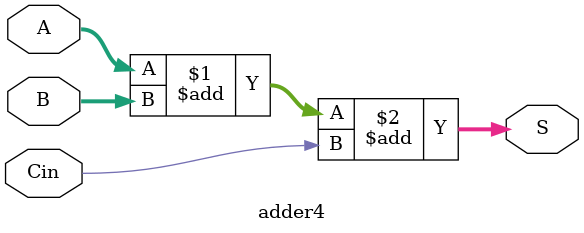
<source format=v>
module adder4 (
    input  [3:0] A, B,
    input        Cin,
    output [4:0] S
);
    assign S = A + B + Cin;
endmodule

</source>
